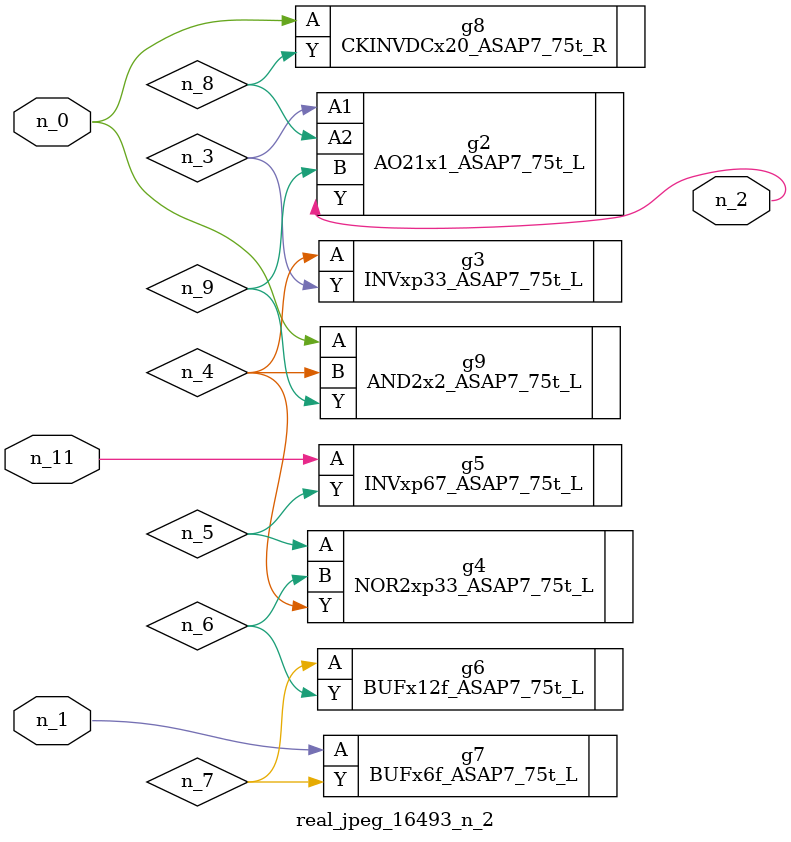
<source format=v>
module real_jpeg_16493_n_2 (n_1, n_11, n_0, n_2);

input n_1;
input n_11;
input n_0;

output n_2;

wire n_5;
wire n_8;
wire n_4;
wire n_6;
wire n_7;
wire n_3;
wire n_9;

CKINVDCx20_ASAP7_75t_R g8 ( 
.A(n_0),
.Y(n_8)
);

AND2x2_ASAP7_75t_L g9 ( 
.A(n_0),
.B(n_4),
.Y(n_9)
);

BUFx6f_ASAP7_75t_L g7 ( 
.A(n_1),
.Y(n_7)
);

AO21x1_ASAP7_75t_L g2 ( 
.A1(n_3),
.A2(n_8),
.B(n_9),
.Y(n_2)
);

INVxp33_ASAP7_75t_L g3 ( 
.A(n_4),
.Y(n_3)
);

NOR2xp33_ASAP7_75t_L g4 ( 
.A(n_5),
.B(n_6),
.Y(n_4)
);

BUFx12f_ASAP7_75t_L g6 ( 
.A(n_7),
.Y(n_6)
);

INVxp67_ASAP7_75t_L g5 ( 
.A(n_11),
.Y(n_5)
);


endmodule
</source>
